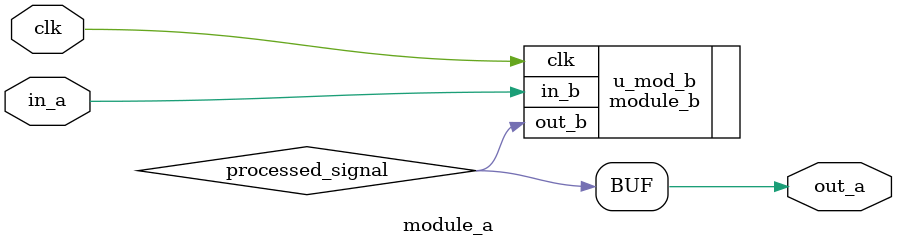
<source format=v>
module module_a (
    input wire clk,
    input wire in_a,
    output wire out_a
);
    wire processed_signal;

    module_b u_mod_b (
        .clk(clk),
        .in_b(in_a),
        .out_b(processed_signal)
    );

    assign out_a = processed_signal;
endmodule

</source>
